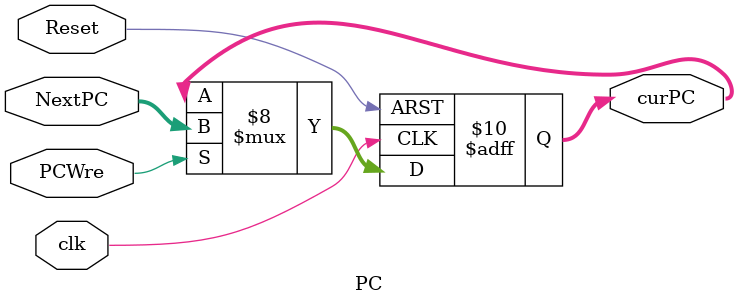
<source format=v>
`timescale 1ns / 1ps


module PC(
    input Reset,
    input clk,
    input PCWre,
    input [31:0] NextPC,
    output reg [31:0] curPC
    );
    initial begin 
        curPC <= 0;
    end
    always@ (posedge clk or negedge  Reset) begin
    if (Reset == 0)
        curPC <= 0;
    else begin
        if (PCWre == 1)
            curPC <= NextPC;
        else if (PCWre == 0)
            curPC <= curPC;
        end
    end
endmodule

</source>
